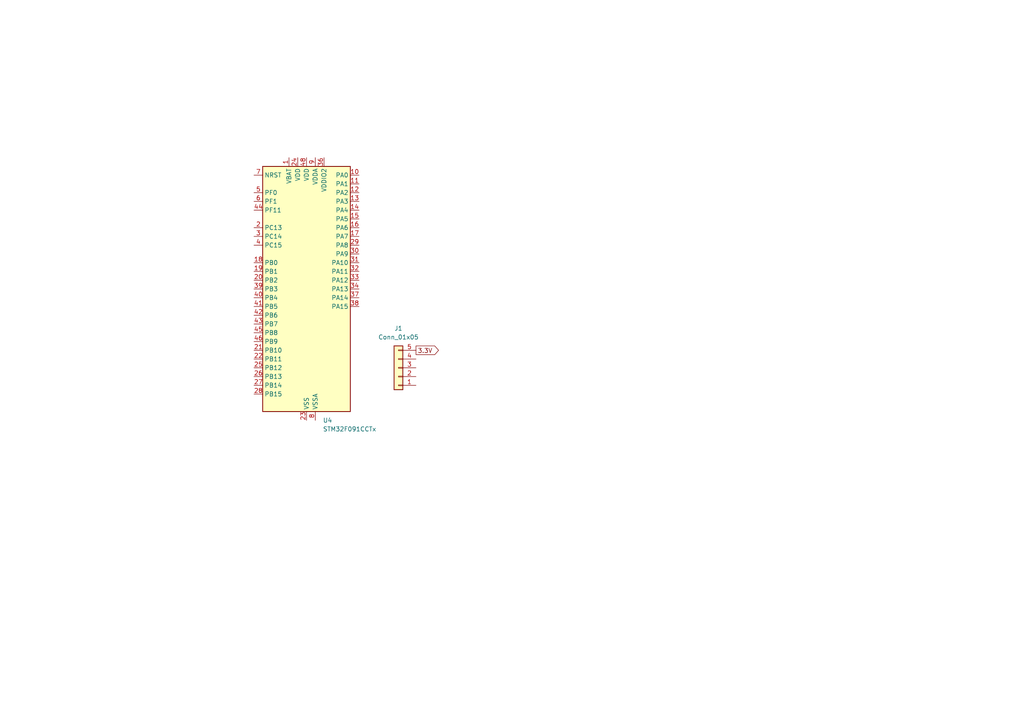
<source format=kicad_sch>
(kicad_sch (version 20231120) (generator "eeschema") (generator_version "8.0")
  (paper "A4")
  (lib_symbols
    (symbol "Connector_Generic:Conn_01x05" (pin_names (offset 1.016) hide)
      (property "Reference" "J" (at 0 7.62 0))
      (property "Value" "Conn_01x05" (at 0 -7.62 0))
      (symbol "Conn_01x05_1_1"
        (rectangle (start -1.27 -4.953) (end 0 -5.207) (stroke (width 0.1524)))
        (rectangle (start -1.27 -2.413) (end 0 -2.667) (stroke (width 0.1524)))
        (rectangle (start -1.27 0.127) (end 0 -0.127) (stroke (width 0.1524)))
        (rectangle (start -1.27 2.667) (end 0 2.413) (stroke (width 0.1524)))
        (rectangle (start -1.27 5.207) (end 0 4.953) (stroke (width 0.1524)))
        (rectangle (start -1.27 6.35) (end 1.27 -6.35) (stroke (width 0.254)) (fill (type background)))
        (pin passive line (at -5.08 5.08 0) (length 3.81) (name "Pin_1") (number "1"))
        (pin passive line (at -5.08 2.54 0) (length 3.81) (name "Pin_2") (number "2"))
        (pin passive line (at -5.08 0 0) (length 3.81) (name "Pin_3") (number "3"))
        (pin passive line (at -5.08 -2.54 0) (length 3.81) (name "Pin_4") (number "4"))
        (pin passive line (at -5.08 -5.08 0) (length 3.81) (name "Pin_5") (number "5"))
      )
    )
    (symbol "MCU_ST_STM32F0:STM32F091CCTx"
      (property "Reference" "U" (at -12.7 36.83 0))
      (property "Value" "STM32F091CCTx" (at 7.62 36.83 0))
      (symbol "STM32F091CCTx_0_1"
        (rectangle (start -12.7 -35.56) (end 12.7 35.56) (stroke (width 0.254)) (fill (type background)))
      )
      (symbol "STM32F091CCTx_1_1"
        (pin power_in line (at -5.08 38.1 270) (length 2.54) (name "VBAT") (number "1"))
        (pin bidirectional line (at 15.24 33.02 180) (length 2.54) (name "PA0") (number "10"))
        (pin bidirectional line (at 15.24 30.48 180) (length 2.54) (name "PA1") (number "11"))
        (pin bidirectional line (at 15.24 27.94 180) (length 2.54) (name "PA2") (number "12"))
        (pin bidirectional line (at 15.24 25.4 180) (length 2.54) (name "PA3") (number "13"))
        (pin bidirectional line (at 15.24 22.86 180) (length 2.54) (name "PA4") (number "14"))
        (pin bidirectional line (at 15.24 20.32 180) (length 2.54) (name "PA5") (number "15"))
        (pin bidirectional line (at 15.24 17.78 180) (length 2.54) (name "PA6") (number "16"))
        (pin bidirectional line (at 15.24 15.24 180) (length 2.54) (name "PA7") (number "17"))
        (pin bidirectional line (at -15.24 7.62 0) (length 2.54) (name "PB0") (number "18"))
        (pin bidirectional line (at -15.24 5.08 0) (length 2.54) (name "PB1") (number "19"))
        (pin bidirectional line (at -15.24 17.78 0) (length 2.54) (name "PC13") (number "2"))
        (pin bidirectional line (at -15.24 2.54 0) (length 2.54) (name "PB2") (number "20"))
        (pin bidirectional line (at -15.24 -17.78 0) (length 2.54) (name "PB10") (number "21"))
        (pin bidirectional line (at -15.24 -20.32 0) (length 2.54) (name "PB11") (number "22"))
        (pin power_in line (at 0 -38.1 90) (length 2.54) (name "VSS") (number "23"))
        (pin power_in line (at -2.54 38.1 270) (length 2.54) (name "VDD") (number "24"))
        (pin bidirectional line (at -15.24 -22.86 0) (length 2.54) (name "PB12") (number "25"))
        (pin bidirectional line (at -15.24 -25.4 0) (length 2.54) (name "PB13") (number "26"))
        (pin bidirectional line (at -15.24 -27.94 0) (length 2.54) (name "PB14") (number "27"))
        (pin bidirectional line (at -15.24 -30.48 0) (length 2.54) (name "PB15") (number "28"))
        (pin bidirectional line (at 15.24 12.7 180) (length 2.54) (name "PA8") (number "29"))
        (pin bidirectional line (at -15.24 15.24 0) (length 2.54) (name "PC14") (number "3"))
        (pin bidirectional line (at 15.24 10.16 180) (length 2.54) (name "PA9") (number "30"))
        (pin bidirectional line (at 15.24 7.62 180) (length 2.54) (name "PA10") (number "31"))
        (pin bidirectional line (at 15.24 5.08 180) (length 2.54) (name "PA11") (number "32"))
        (pin bidirectional line (at 15.24 2.54 180) (length 2.54) (name "PA12") (number "33"))
        (pin bidirectional line (at 15.24 0 180) (length 2.54) (name "PA13") (number "34"))
        (pin passive line (at 0 -38.1 90) (length 2.54) hide (name "VSS") (number "35"))
        (pin power_in line (at 5.08 38.1 270) (length 2.54) (name "VDDIO2") (number "36"))
        (pin bidirectional line (at 15.24 -2.54 180) (length 2.54) (name "PA14") (number "37"))
        (pin bidirectional line (at 15.24 -5.08 180) (length 2.54) (name "PA15") (number "38"))
        (pin bidirectional line (at -15.24 0 0) (length 2.54) (name "PB3") (number "39"))
        (pin bidirectional line (at -15.24 12.7 0) (length 2.54) (name "PC15") (number "4"))
        (pin bidirectional line (at -15.24 -2.54 0) (length 2.54) (name "PB4") (number "40"))
        (pin bidirectional line (at -15.24 -5.08 0) (length 2.54) (name "PB5") (number "41"))
        (pin bidirectional line (at -15.24 -7.62 0) (length 2.54) (name "PB6") (number "42"))
        (pin bidirectional line (at -15.24 -10.16 0) (length 2.54) (name "PB7") (number "43"))
        (pin bidirectional line (at -15.24 22.86 0) (length 2.54) (name "PF11") (number "44"))
        (pin bidirectional line (at -15.24 -12.7 0) (length 2.54) (name "PB8") (number "45"))
        (pin bidirectional line (at -15.24 -15.24 0) (length 2.54) (name "PB9") (number "46"))
        (pin passive line (at 0 -38.1 90) (length 2.54) hide (name "VSS") (number "47"))
        (pin power_in line (at 0 38.1 270) (length 2.54) (name "VDD") (number "48"))
        (pin bidirectional line (at -15.24 27.94 0) (length 2.54) (name "PF0") (number "5"))
        (pin bidirectional line (at -15.24 25.4 0) (length 2.54) (name "PF1") (number "6"))
        (pin input line (at -15.24 33.02 0) (length 2.54) (name "NRST") (number "7"))
        (pin power_in line (at 2.54 -38.1 90) (length 2.54) (name "VSSA") (number "8"))
        (pin power_in line (at 2.54 38.1 270) (length 2.54) (name "VDDA") (number "9"))
      )
    )
  )
  (global_label "3.3V" (shape output) (at 120.65 101.6 0) (property "Intersheetrefs" "${INTERSHEET_REFS}" (effects (hide yes))))
  (symbol (lib_id "MCU_ST_STM32F0:STM32F091CCTx") (at 88.9 83.82 0) (unit 1)
    (property "Reference" "U4" (at 93.6341 121.92 0) (effects (justify left)))
    (property "Value" "STM32F091CCTx" (at 93.6341 124.46 0) (effects (justify left)))
    (property "Footprint" "Package_QFP:LQFP-48_7x7mm_P0.5mm" (effects (hide yes)))
    (property "Datasheet" "https://www.st.com/resource/en/datasheet/stm32f091cc.pdf" (effects (hide yes)))
    (property "Description" "STMicroelectronics Arm Cortex-M0 MCU, 256KB flash, 32KB RAM, 48 MHz, 2.0-3.6V, 38 GPIO, LQFP48" (effects (hide yes)))
  )
  (symbol (lib_id "Connector_Generic:Conn_01x05") (at 115.57 106.68 180) (unit 1)
    (property "Reference" "J1" (at 115.57 95.25 0))
    (property "Value" "Conn_01x05" (at 115.57 97.79 0))
    (property "Description" "Generic connector, single row, 01x05, script generated (kicad-library-utils/schlib/autogen/connector/)" (effects (hide yes)))
  )
)
</source>
